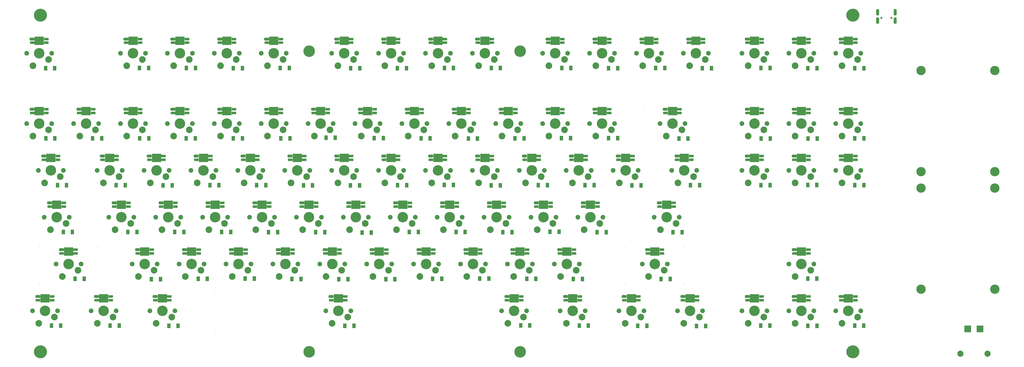
<source format=gbs>
G04*
G04 #@! TF.GenerationSoftware,Altium Limited,Altium Designer,20.0.2 (26)*
G04*
G04 Layer_Color=16711935*
%FSLAX25Y25*%
%MOIN*%
G70*
G01*
G75*
%ADD84C,0.18517*%
%ADD85C,0.07500*%
%ADD86C,0.10642*%
%ADD87C,0.16800*%
%ADD88R,0.14973X0.13398*%
%ADD89C,0.00800*%
%ADD90C,0.14973*%
%ADD91R,0.11036X0.11036*%
%ADD92C,0.09855*%
%ADD93C,0.03359*%
G04:AMPARAMS|DCode=94|XSize=49.34mil|YSize=98.55mil|CornerRadius=14.34mil|HoleSize=0mil|Usage=FLASHONLY|Rotation=180.000|XOffset=0mil|YOffset=0mil|HoleType=Round|Shape=RoundedRectangle|*
%AMROUNDEDRECTD94*
21,1,0.04934,0.06988,0,0,180.0*
21,1,0.02067,0.09855,0,0,180.0*
1,1,0.02867,-0.01034,0.03494*
1,1,0.02867,0.01034,0.03494*
1,1,0.02867,0.01034,-0.03494*
1,1,0.02867,-0.01034,-0.03494*
%
%ADD94ROUNDEDRECTD94*%
%ADD95C,0.20800*%
%ADD162R,0.07493X0.04343*%
G04:AMPARAMS|DCode=163|XSize=78.87mil|YSize=43.43mil|CornerRadius=0mil|HoleSize=0mil|Usage=FLASHONLY|Rotation=0.000|XOffset=0mil|YOffset=0mil|HoleType=Round|Shape=Octagon|*
%AMOCTAGOND163*
4,1,8,0.03943,-0.01086,0.03943,0.01086,0.02858,0.02172,-0.02858,0.02172,-0.03943,0.01086,-0.03943,-0.01086,-0.02858,-0.02172,0.02858,-0.02172,0.03943,-0.01086,0.0*
%
%ADD163OCTAGOND163*%

%ADD164R,0.05200X0.07500*%
D84*
X846000Y497500D02*
D03*
X508500D02*
D03*
X846000Y15748D02*
D03*
X508500D02*
D03*
D85*
X103840Y156376D02*
D03*
X143840D02*
D03*
X1060090Y231376D02*
D03*
X1100090D02*
D03*
X106256Y81430D02*
D03*
X66256D02*
D03*
X200006D02*
D03*
X160005D02*
D03*
X293756D02*
D03*
X253755D02*
D03*
X856254D02*
D03*
X816254D02*
D03*
X950006D02*
D03*
X910006D02*
D03*
X1043754D02*
D03*
X1003754D02*
D03*
X1137506D02*
D03*
X1097506D02*
D03*
X1069464Y381376D02*
D03*
X1109464D02*
D03*
X125036Y231382D02*
D03*
X85036D02*
D03*
X1041338Y156376D02*
D03*
X1081338D02*
D03*
X96965Y493877D02*
D03*
X56965D02*
D03*
X246965D02*
D03*
X206965D02*
D03*
X321965D02*
D03*
X281965D02*
D03*
X396965D02*
D03*
X356965D02*
D03*
X471964D02*
D03*
X431964D02*
D03*
X584464D02*
D03*
X544464D02*
D03*
X659464D02*
D03*
X619464D02*
D03*
X734464D02*
D03*
X694464D02*
D03*
X809464D02*
D03*
X769464D02*
D03*
X921964D02*
D03*
X881964D02*
D03*
X996964D02*
D03*
X956964D02*
D03*
X1071964D02*
D03*
X1031964D02*
D03*
X1146964D02*
D03*
X1106964D02*
D03*
X1240716D02*
D03*
X1200716D02*
D03*
X1315716D02*
D03*
X1275716D02*
D03*
X1390716D02*
D03*
X1350716D02*
D03*
X96965Y381376D02*
D03*
X56965D02*
D03*
X171965D02*
D03*
X131965D02*
D03*
X246965D02*
D03*
X206965D02*
D03*
X321965D02*
D03*
X281965D02*
D03*
X396965D02*
D03*
X356965D02*
D03*
X471964D02*
D03*
X431964D02*
D03*
X546964D02*
D03*
X506964D02*
D03*
X621964D02*
D03*
X581964D02*
D03*
X696964D02*
D03*
X656964D02*
D03*
X771964D02*
D03*
X731964D02*
D03*
X846964D02*
D03*
X806964D02*
D03*
X921964D02*
D03*
X881964D02*
D03*
X996964D02*
D03*
X956964D02*
D03*
X1240716D02*
D03*
X1200716D02*
D03*
X1315716D02*
D03*
X1275716D02*
D03*
X1390716D02*
D03*
X1350716D02*
D03*
X209465Y306376D02*
D03*
X169465D02*
D03*
X284465D02*
D03*
X244465D02*
D03*
X359465D02*
D03*
X319465D02*
D03*
X434464D02*
D03*
X394464D02*
D03*
X509464D02*
D03*
X469464D02*
D03*
X584464D02*
D03*
X544464D02*
D03*
X659464D02*
D03*
X619464D02*
D03*
X1390716Y81376D02*
D03*
X1350716D02*
D03*
X734464Y306376D02*
D03*
X694464D02*
D03*
X809464D02*
D03*
X769464D02*
D03*
X884464D02*
D03*
X844464D02*
D03*
X959464D02*
D03*
X919464D02*
D03*
X1034464D02*
D03*
X994464D02*
D03*
X1240716D02*
D03*
X1200716D02*
D03*
X1315716D02*
D03*
X1275716D02*
D03*
X1390716D02*
D03*
X1350716D02*
D03*
X228215Y231376D02*
D03*
X188215D02*
D03*
X303215D02*
D03*
X263215D02*
D03*
X378215D02*
D03*
X338215D02*
D03*
X453216D02*
D03*
X413216D02*
D03*
X528216D02*
D03*
X488216D02*
D03*
X603216D02*
D03*
X563216D02*
D03*
X678216D02*
D03*
X638216D02*
D03*
X753216D02*
D03*
X713216D02*
D03*
X828216D02*
D03*
X788216D02*
D03*
X903216D02*
D03*
X863216D02*
D03*
X978216D02*
D03*
X938216D02*
D03*
X265715Y156376D02*
D03*
X225715D02*
D03*
X340715D02*
D03*
X300715D02*
D03*
X415716D02*
D03*
X375716D02*
D03*
X490716D02*
D03*
X450716D02*
D03*
X565716D02*
D03*
X525716D02*
D03*
X640716D02*
D03*
X600716D02*
D03*
X715716D02*
D03*
X675716D02*
D03*
X790716D02*
D03*
X750716D02*
D03*
X865716D02*
D03*
X825716D02*
D03*
X940716D02*
D03*
X900716D02*
D03*
X1315716D02*
D03*
X1275716D02*
D03*
X1240716Y81376D02*
D03*
X1200716D02*
D03*
X1315716D02*
D03*
X1275716D02*
D03*
X115715Y306376D02*
D03*
X75715D02*
D03*
X1128216D02*
D03*
X1088216D02*
D03*
X535090Y81376D02*
D03*
X575090D02*
D03*
D86*
X138840Y146376D02*
D03*
X113840Y136375D02*
D03*
X1095090Y221375D02*
D03*
X1070090Y211375D02*
D03*
X76256Y61430D02*
D03*
X101256Y71430D02*
D03*
X170006Y61430D02*
D03*
X195006Y71430D02*
D03*
X263755Y61430D02*
D03*
X288755Y71430D02*
D03*
X826254Y61430D02*
D03*
X851254Y71430D02*
D03*
X920006Y61430D02*
D03*
X945006Y71430D02*
D03*
X1013754Y61430D02*
D03*
X1038754Y71430D02*
D03*
X1107506Y61430D02*
D03*
X1132506Y71430D02*
D03*
X1104464Y371375D02*
D03*
X1079464Y361375D02*
D03*
X95036Y211382D02*
D03*
X120036Y221381D02*
D03*
X1076338Y146376D02*
D03*
X1051338Y136375D02*
D03*
X66965Y473877D02*
D03*
X91965Y483877D02*
D03*
X216965Y473877D02*
D03*
X241965Y483877D02*
D03*
X291965Y473877D02*
D03*
X316965Y483877D02*
D03*
X366965Y473877D02*
D03*
X391965Y483877D02*
D03*
X441964Y473877D02*
D03*
X466964Y483877D02*
D03*
X554464Y473877D02*
D03*
X579464Y483877D02*
D03*
X629464Y473877D02*
D03*
X654464Y483877D02*
D03*
X704464Y473877D02*
D03*
X729464Y483877D02*
D03*
X779464Y473877D02*
D03*
X804464Y483877D02*
D03*
X891964Y473877D02*
D03*
X916964Y483877D02*
D03*
X966964Y473877D02*
D03*
X991964Y483877D02*
D03*
X1041964Y473877D02*
D03*
X1066964Y483877D02*
D03*
X1116964Y473877D02*
D03*
X1141964Y483877D02*
D03*
X1210716Y473877D02*
D03*
X1235716Y483877D02*
D03*
X1285716Y473877D02*
D03*
X1310716Y483877D02*
D03*
X1360716Y473877D02*
D03*
X1385716Y483877D02*
D03*
X66965Y361375D02*
D03*
X91965Y371375D02*
D03*
X141965Y361375D02*
D03*
X166965Y371375D02*
D03*
X216965Y361375D02*
D03*
X241965Y371375D02*
D03*
X291965Y361375D02*
D03*
X316965Y371375D02*
D03*
X366965Y361375D02*
D03*
X391965Y371375D02*
D03*
X441964Y361375D02*
D03*
X466964Y371375D02*
D03*
X516964Y361375D02*
D03*
X541964Y371375D02*
D03*
X591964Y361375D02*
D03*
X616964Y371375D02*
D03*
X666964Y361375D02*
D03*
X691964Y371375D02*
D03*
X741964Y361375D02*
D03*
X766964Y371375D02*
D03*
X816964Y361375D02*
D03*
X841964Y371375D02*
D03*
X891964Y361375D02*
D03*
X916964Y371375D02*
D03*
X966964Y361375D02*
D03*
X991964Y371375D02*
D03*
X1210716Y361375D02*
D03*
X1235716Y371375D02*
D03*
X1285716Y361375D02*
D03*
X1310716Y371375D02*
D03*
X1360716Y361375D02*
D03*
X1385716Y371375D02*
D03*
X179465Y286375D02*
D03*
X204465Y296375D02*
D03*
X254465Y286375D02*
D03*
X279465Y296375D02*
D03*
X329465Y286375D02*
D03*
X354465Y296375D02*
D03*
X404464Y286375D02*
D03*
X429464Y296375D02*
D03*
X479464Y286375D02*
D03*
X504464Y296375D02*
D03*
X554464Y286375D02*
D03*
X579464Y296375D02*
D03*
X629464Y286375D02*
D03*
X654464Y296375D02*
D03*
X1360716Y61376D02*
D03*
X1385716Y71376D02*
D03*
X704464Y286375D02*
D03*
X729464Y296375D02*
D03*
X779464Y286375D02*
D03*
X804464Y296375D02*
D03*
X854464Y286375D02*
D03*
X879464Y296375D02*
D03*
X929464Y286375D02*
D03*
X954464Y296375D02*
D03*
X1004464Y286375D02*
D03*
X1029464Y296375D02*
D03*
X1210716Y286375D02*
D03*
X1235716Y296375D02*
D03*
X1285716Y286375D02*
D03*
X1310716Y296375D02*
D03*
X1360716Y286375D02*
D03*
X1385716Y296375D02*
D03*
X198215Y211375D02*
D03*
X223215Y221375D02*
D03*
X273215Y211375D02*
D03*
X298215Y221375D02*
D03*
X348215Y211375D02*
D03*
X373215Y221375D02*
D03*
X423216Y211375D02*
D03*
X448216Y221375D02*
D03*
X498216Y211375D02*
D03*
X523216Y221375D02*
D03*
X573216Y211375D02*
D03*
X598216Y221375D02*
D03*
X648216Y211375D02*
D03*
X673216Y221375D02*
D03*
X723216Y211375D02*
D03*
X748216Y221375D02*
D03*
X798216Y211375D02*
D03*
X823216Y221375D02*
D03*
X873216Y211375D02*
D03*
X898216Y221375D02*
D03*
X948216Y211375D02*
D03*
X973216Y221375D02*
D03*
X235715Y136375D02*
D03*
X260715Y146376D02*
D03*
X310715Y136375D02*
D03*
X335715Y146376D02*
D03*
X385716Y136375D02*
D03*
X410716Y146376D02*
D03*
X460716Y136375D02*
D03*
X485716Y146376D02*
D03*
X535716Y136375D02*
D03*
X560716Y146376D02*
D03*
X610716Y136375D02*
D03*
X635716Y146376D02*
D03*
X685716Y136375D02*
D03*
X710716Y146376D02*
D03*
X760716Y136375D02*
D03*
X785716Y146376D02*
D03*
X835716Y136375D02*
D03*
X860716Y146376D02*
D03*
X910716Y136375D02*
D03*
X935716Y146376D02*
D03*
X1285716Y136375D02*
D03*
X1310716Y146376D02*
D03*
X1210716Y61376D02*
D03*
X1235716Y71376D02*
D03*
X1285716Y61376D02*
D03*
X1310716Y71376D02*
D03*
X85715Y286375D02*
D03*
X110715Y296375D02*
D03*
X1098216Y286375D02*
D03*
X1123216Y296375D02*
D03*
X570090Y71376D02*
D03*
X545090Y61376D02*
D03*
D87*
X123840Y156376D02*
D03*
X1080090Y231376D02*
D03*
X86256Y81430D02*
D03*
X180006D02*
D03*
X273756D02*
D03*
X836254D02*
D03*
X930006D02*
D03*
X1023754D02*
D03*
X1117506D02*
D03*
X1089464Y381376D02*
D03*
X105036Y231382D02*
D03*
X1061338Y156376D02*
D03*
X76965Y493877D02*
D03*
X226965D02*
D03*
X301965D02*
D03*
X376965D02*
D03*
X451964D02*
D03*
X564464D02*
D03*
X639464D02*
D03*
X714464D02*
D03*
X789464D02*
D03*
X901964D02*
D03*
X976964D02*
D03*
X1051964D02*
D03*
X1126964D02*
D03*
X1220716D02*
D03*
X1295716D02*
D03*
X1370716D02*
D03*
X76965Y381376D02*
D03*
X151965D02*
D03*
X226965D02*
D03*
X301965D02*
D03*
X376965D02*
D03*
X451964D02*
D03*
X526964D02*
D03*
X601964D02*
D03*
X676964D02*
D03*
X751964D02*
D03*
X826964D02*
D03*
X901964D02*
D03*
X976964D02*
D03*
X1220716D02*
D03*
X1295716D02*
D03*
X1370716D02*
D03*
X189465Y306376D02*
D03*
X264465D02*
D03*
X339465D02*
D03*
X414464D02*
D03*
X489464D02*
D03*
X564464D02*
D03*
X639464D02*
D03*
X1370716Y81376D02*
D03*
X714464Y306376D02*
D03*
X789464D02*
D03*
X864464D02*
D03*
X939464D02*
D03*
X1014464D02*
D03*
X1220716D02*
D03*
X1295716D02*
D03*
X1370716D02*
D03*
X208215Y231376D02*
D03*
X283215D02*
D03*
X358215D02*
D03*
X433216D02*
D03*
X508216D02*
D03*
X583216D02*
D03*
X658216D02*
D03*
X733216D02*
D03*
X808216D02*
D03*
X883216D02*
D03*
X958216D02*
D03*
X245715Y156376D02*
D03*
X320715D02*
D03*
X395716D02*
D03*
X470716D02*
D03*
X545716D02*
D03*
X620716D02*
D03*
X695716D02*
D03*
X770716D02*
D03*
X845716D02*
D03*
X920716D02*
D03*
X1295716D02*
D03*
X1220716Y81376D02*
D03*
X1295716D02*
D03*
X95715Y306376D02*
D03*
X1108216D02*
D03*
X555090Y81376D02*
D03*
D88*
X123840Y176375D02*
D03*
X1080090Y251376D02*
D03*
X86256Y101430D02*
D03*
X180006D02*
D03*
X273756D02*
D03*
X836254D02*
D03*
X930006D02*
D03*
X1023754D02*
D03*
X1117506D02*
D03*
X1089464Y401375D02*
D03*
X105036Y251381D02*
D03*
X1061338Y176375D02*
D03*
X76965Y513877D02*
D03*
X226965D02*
D03*
X301965D02*
D03*
X376965D02*
D03*
X451964D02*
D03*
X564464D02*
D03*
X639464D02*
D03*
X714464D02*
D03*
X789464D02*
D03*
X901964D02*
D03*
X976964D02*
D03*
X1051964D02*
D03*
X1126964D02*
D03*
X1220716D02*
D03*
X1295716D02*
D03*
X1370716D02*
D03*
X76965Y401375D02*
D03*
X151965D02*
D03*
X226965D02*
D03*
X301965D02*
D03*
X376965D02*
D03*
X451964D02*
D03*
X526964D02*
D03*
X601964D02*
D03*
X676964D02*
D03*
X751964D02*
D03*
X826964D02*
D03*
X901964D02*
D03*
X976964D02*
D03*
X1220716D02*
D03*
X1295716D02*
D03*
X1370716D02*
D03*
X189465Y326376D02*
D03*
X264465D02*
D03*
X339465D02*
D03*
X414464D02*
D03*
X489464D02*
D03*
X564464D02*
D03*
X639464D02*
D03*
X1370716Y101376D02*
D03*
X714464Y326376D02*
D03*
X789464D02*
D03*
X864464D02*
D03*
X939464D02*
D03*
X1014464D02*
D03*
X1220716D02*
D03*
X1295716D02*
D03*
X1370716D02*
D03*
X208215Y251376D02*
D03*
X283215D02*
D03*
X358215D02*
D03*
X433216D02*
D03*
X508216D02*
D03*
X583216D02*
D03*
X658216D02*
D03*
X733216D02*
D03*
X808216D02*
D03*
X883216D02*
D03*
X958216D02*
D03*
X245715Y176375D02*
D03*
X320715D02*
D03*
X395716D02*
D03*
X470716D02*
D03*
X545716D02*
D03*
X620716D02*
D03*
X695716D02*
D03*
X770716D02*
D03*
X845716D02*
D03*
X920716D02*
D03*
X1295716D02*
D03*
X1220716Y101376D02*
D03*
X1295716D02*
D03*
X95715Y326376D02*
D03*
X1108216D02*
D03*
X555090Y101376D02*
D03*
D89*
X752090Y108876D02*
D03*
Y48876D02*
D03*
X358090D02*
D03*
Y108876D02*
D03*
X1127090Y258875D02*
D03*
Y198875D02*
D03*
X1033090D02*
D03*
Y258875D02*
D03*
X1108338Y183876D02*
D03*
Y123875D02*
D03*
X1014338D02*
D03*
Y183876D02*
D03*
X1136464Y408876D02*
D03*
Y348875D02*
D03*
X1042464D02*
D03*
Y408876D02*
D03*
X170840Y183876D02*
D03*
Y123875D02*
D03*
X76840D02*
D03*
Y183876D02*
D03*
D90*
X1487000Y116000D02*
D03*
X1605000D02*
D03*
Y278000D02*
D03*
X1487000D02*
D03*
Y304500D02*
D03*
X1605000D02*
D03*
Y466500D02*
D03*
X1487000D02*
D03*
D91*
X1561658Y52185D02*
D03*
X1581343D02*
D03*
D92*
X1593153Y12815D02*
D03*
X1549846D02*
D03*
D93*
X1439417Y550610D02*
D03*
X1423669D02*
D03*
D94*
X1445618Y559764D02*
D03*
X1417468Y559764D02*
D03*
X1445618Y546181D02*
D03*
X1417468Y546181D02*
D03*
D95*
X78740Y555118D02*
D03*
X1377953Y15748D02*
D03*
Y555118D02*
D03*
X78740Y15748D02*
D03*
D162*
X135060Y179328D02*
D03*
Y173423D02*
D03*
X112619D02*
D03*
X1091311Y254328D02*
D03*
Y248423D02*
D03*
X1068870D02*
D03*
X75036Y98477D02*
D03*
X97476D02*
D03*
Y104383D02*
D03*
X168785Y98477D02*
D03*
X191226D02*
D03*
Y104383D02*
D03*
X262535Y98477D02*
D03*
X284976D02*
D03*
Y104383D02*
D03*
X825034Y98477D02*
D03*
X847475D02*
D03*
Y104383D02*
D03*
X918786Y98477D02*
D03*
X941227D02*
D03*
Y104383D02*
D03*
X1012534Y98477D02*
D03*
X1034975D02*
D03*
Y104383D02*
D03*
X1106286Y98477D02*
D03*
X1128727D02*
D03*
Y104383D02*
D03*
X1078244Y398423D02*
D03*
X1100685D02*
D03*
Y404328D02*
D03*
X116256Y254334D02*
D03*
Y248429D02*
D03*
X93815D02*
D03*
X1072559Y179328D02*
D03*
Y173423D02*
D03*
X1050118D02*
D03*
X65744Y510924D02*
D03*
X88185D02*
D03*
Y516830D02*
D03*
X215744Y510924D02*
D03*
X238185D02*
D03*
Y516830D02*
D03*
X290744Y510924D02*
D03*
X313185D02*
D03*
Y516830D02*
D03*
X365744Y510924D02*
D03*
X388185D02*
D03*
Y516830D02*
D03*
X440744Y510924D02*
D03*
X463185D02*
D03*
Y516830D02*
D03*
X553244Y510924D02*
D03*
X575685D02*
D03*
Y516830D02*
D03*
X628244Y510924D02*
D03*
X650685D02*
D03*
Y516830D02*
D03*
X703244Y510924D02*
D03*
X725685D02*
D03*
Y516830D02*
D03*
X778244Y510924D02*
D03*
X800685D02*
D03*
Y516830D02*
D03*
X890744Y510924D02*
D03*
X913185D02*
D03*
Y516830D02*
D03*
X965744Y510924D02*
D03*
X988185D02*
D03*
Y516830D02*
D03*
X1040744Y510924D02*
D03*
X1063185D02*
D03*
Y516830D02*
D03*
X1115744Y510924D02*
D03*
X1138185D02*
D03*
Y516830D02*
D03*
X1209496Y510924D02*
D03*
X1231937D02*
D03*
Y516830D02*
D03*
X1284496Y510924D02*
D03*
X1306937D02*
D03*
Y516830D02*
D03*
X1359496Y510924D02*
D03*
X1381937D02*
D03*
Y516830D02*
D03*
X65744Y398423D02*
D03*
X88185D02*
D03*
Y404328D02*
D03*
X140744Y398423D02*
D03*
X163185D02*
D03*
Y404328D02*
D03*
X215744Y398423D02*
D03*
X238185D02*
D03*
Y404328D02*
D03*
X290744Y398423D02*
D03*
X313185D02*
D03*
Y404328D02*
D03*
X365744Y398423D02*
D03*
X388185D02*
D03*
Y404328D02*
D03*
X440744Y398423D02*
D03*
X463185D02*
D03*
Y404328D02*
D03*
X515744Y398423D02*
D03*
X538185D02*
D03*
Y404328D02*
D03*
X590744Y398423D02*
D03*
X613185D02*
D03*
Y404328D02*
D03*
X665744Y398423D02*
D03*
X688185D02*
D03*
Y404328D02*
D03*
X740744Y398423D02*
D03*
X763185D02*
D03*
Y404328D02*
D03*
X815744Y398423D02*
D03*
X838185D02*
D03*
Y404328D02*
D03*
X890744Y398423D02*
D03*
X913185D02*
D03*
Y404328D02*
D03*
X965744Y398423D02*
D03*
X988185D02*
D03*
Y404328D02*
D03*
X1209496Y398423D02*
D03*
X1231937D02*
D03*
Y404328D02*
D03*
X1284496Y398423D02*
D03*
X1306937D02*
D03*
Y404328D02*
D03*
X1359496Y398423D02*
D03*
X1381937D02*
D03*
Y404328D02*
D03*
X178244Y323423D02*
D03*
X200685D02*
D03*
Y329328D02*
D03*
X253244Y323423D02*
D03*
X275685D02*
D03*
Y329328D02*
D03*
X328244Y323423D02*
D03*
X350685D02*
D03*
Y329328D02*
D03*
X403244Y323423D02*
D03*
X425685D02*
D03*
Y329328D02*
D03*
X478244Y323423D02*
D03*
X500685D02*
D03*
Y329328D02*
D03*
X553244Y323423D02*
D03*
X575685D02*
D03*
Y329328D02*
D03*
X628244Y323423D02*
D03*
X650685D02*
D03*
Y329328D02*
D03*
X1359496Y98423D02*
D03*
X1381937D02*
D03*
Y104329D02*
D03*
X703244Y323423D02*
D03*
X725685D02*
D03*
Y329328D02*
D03*
X778244Y323423D02*
D03*
X800685D02*
D03*
Y329328D02*
D03*
X853244Y323423D02*
D03*
X875685D02*
D03*
Y329328D02*
D03*
X928244Y323423D02*
D03*
X950685D02*
D03*
Y329328D02*
D03*
X1003244Y323423D02*
D03*
X1025685D02*
D03*
Y329328D02*
D03*
X1209496Y323423D02*
D03*
X1231937D02*
D03*
Y329328D02*
D03*
X1284496Y323423D02*
D03*
X1306937D02*
D03*
Y329328D02*
D03*
X1359496Y323423D02*
D03*
X1381937D02*
D03*
Y329328D02*
D03*
X196994Y248423D02*
D03*
X219435D02*
D03*
Y254328D02*
D03*
X271994Y248423D02*
D03*
X294435D02*
D03*
Y254328D02*
D03*
X346994Y248423D02*
D03*
X369435D02*
D03*
Y254328D02*
D03*
X421996Y248423D02*
D03*
X444437D02*
D03*
Y254328D02*
D03*
X496996Y248423D02*
D03*
X519437D02*
D03*
Y254328D02*
D03*
X571996Y248423D02*
D03*
X594437D02*
D03*
Y254328D02*
D03*
X646996Y248423D02*
D03*
X669437D02*
D03*
Y254328D02*
D03*
X721996Y248423D02*
D03*
X744437D02*
D03*
Y254328D02*
D03*
X796996Y248423D02*
D03*
X819437D02*
D03*
Y254328D02*
D03*
X871996Y248423D02*
D03*
X894437D02*
D03*
Y254328D02*
D03*
X946996Y248423D02*
D03*
X969437D02*
D03*
Y254328D02*
D03*
X234494Y173423D02*
D03*
X256935D02*
D03*
Y179328D02*
D03*
X309494Y173423D02*
D03*
X331935D02*
D03*
Y179328D02*
D03*
X384496Y173423D02*
D03*
X406937D02*
D03*
Y179328D02*
D03*
X459496Y173423D02*
D03*
X481937D02*
D03*
Y179328D02*
D03*
X534496Y173423D02*
D03*
X556937D02*
D03*
Y179328D02*
D03*
X609496Y173423D02*
D03*
X631937D02*
D03*
Y179328D02*
D03*
X684496Y173423D02*
D03*
X706937D02*
D03*
Y179328D02*
D03*
X759496Y173423D02*
D03*
X781937D02*
D03*
Y179328D02*
D03*
X834496Y173423D02*
D03*
X856937D02*
D03*
Y179328D02*
D03*
X909496Y173423D02*
D03*
X931937D02*
D03*
Y179328D02*
D03*
X1284496Y173423D02*
D03*
X1306937D02*
D03*
Y179328D02*
D03*
X1209496Y98423D02*
D03*
X1231937D02*
D03*
Y104329D02*
D03*
X1284496Y98423D02*
D03*
X1306937D02*
D03*
Y104329D02*
D03*
X106935Y329328D02*
D03*
Y323423D02*
D03*
X84494D02*
D03*
X1119437Y329328D02*
D03*
Y323423D02*
D03*
X1096996D02*
D03*
X543870Y98423D02*
D03*
X566311D02*
D03*
Y104329D02*
D03*
D163*
X112423Y179328D02*
D03*
X1068673Y254328D02*
D03*
X74839Y104383D02*
D03*
X168588D02*
D03*
X262338D02*
D03*
X824837D02*
D03*
X918589D02*
D03*
X1012337D02*
D03*
X1106089D02*
D03*
X1078047Y404328D02*
D03*
X93619Y254334D02*
D03*
X1049921Y179328D02*
D03*
X65547Y516830D02*
D03*
X215547D02*
D03*
X290547D02*
D03*
X365547D02*
D03*
X440547D02*
D03*
X553047D02*
D03*
X628047D02*
D03*
X703047D02*
D03*
X778047D02*
D03*
X890547D02*
D03*
X965547D02*
D03*
X1040547D02*
D03*
X1115547D02*
D03*
X1209299D02*
D03*
X1284299D02*
D03*
X1359299D02*
D03*
X65547Y404328D02*
D03*
X140547D02*
D03*
X215547D02*
D03*
X290547D02*
D03*
X365547D02*
D03*
X440547D02*
D03*
X515547D02*
D03*
X590547D02*
D03*
X665547D02*
D03*
X740547D02*
D03*
X815547D02*
D03*
X890547D02*
D03*
X965547D02*
D03*
X1209299D02*
D03*
X1284299D02*
D03*
X1359299D02*
D03*
X178047Y329328D02*
D03*
X253047D02*
D03*
X328047D02*
D03*
X403047D02*
D03*
X478047D02*
D03*
X553047D02*
D03*
X628047D02*
D03*
X1359299Y104329D02*
D03*
X703047Y329328D02*
D03*
X778047D02*
D03*
X853047D02*
D03*
X928047D02*
D03*
X1003047D02*
D03*
X1209299D02*
D03*
X1284299D02*
D03*
X1359299D02*
D03*
X196797Y254328D02*
D03*
X271797D02*
D03*
X346797D02*
D03*
X421799D02*
D03*
X496799D02*
D03*
X571799D02*
D03*
X646799D02*
D03*
X721799D02*
D03*
X796799D02*
D03*
X871799D02*
D03*
X946799D02*
D03*
X234297Y179328D02*
D03*
X309297D02*
D03*
X384299D02*
D03*
X459299D02*
D03*
X534299D02*
D03*
X609299D02*
D03*
X684299D02*
D03*
X759299D02*
D03*
X834299D02*
D03*
X909299D02*
D03*
X1284299D02*
D03*
X1209299Y104329D02*
D03*
X1284299D02*
D03*
X84297Y329328D02*
D03*
X1096799D02*
D03*
X543673Y104329D02*
D03*
D164*
X87113Y470037D02*
D03*
X101713D02*
D03*
X237185Y470297D02*
D03*
X251785D02*
D03*
X312240Y470232D02*
D03*
X326840D02*
D03*
X387328Y470089D02*
D03*
X401928D02*
D03*
X462208Y470206D02*
D03*
X476808D02*
D03*
X574970Y470024D02*
D03*
X589570D02*
D03*
X649720Y470154D02*
D03*
X664320D02*
D03*
X724756Y470193D02*
D03*
X739356D02*
D03*
X799792Y470180D02*
D03*
X814392D02*
D03*
X912398Y470245D02*
D03*
X926998D02*
D03*
X987265Y470063D02*
D03*
X1001865D02*
D03*
X1062646Y470245D02*
D03*
X1077246D02*
D03*
X1137221Y470141D02*
D03*
X1151821D02*
D03*
X87405Y357782D02*
D03*
X102005D02*
D03*
X162318Y357704D02*
D03*
X176918D02*
D03*
X237627Y357834D02*
D03*
X252227D02*
D03*
X312045Y357808D02*
D03*
X326645D02*
D03*
X387309Y357756D02*
D03*
X401909D02*
D03*
X463294Y357743D02*
D03*
X477894D02*
D03*
X535613Y358718D02*
D03*
X550213D02*
D03*
X612469Y357860D02*
D03*
X627069D02*
D03*
X687420Y357743D02*
D03*
X702020D02*
D03*
X763100Y357288D02*
D03*
X777700D02*
D03*
X837512Y357834D02*
D03*
X852112D02*
D03*
X912002Y358107D02*
D03*
X926602D02*
D03*
X987259Y357886D02*
D03*
X1001859D02*
D03*
X1099735Y357418D02*
D03*
X1114335D02*
D03*
X106119Y282512D02*
D03*
X120719D02*
D03*
X199953Y282577D02*
D03*
X214553D02*
D03*
X274989Y282213D02*
D03*
X289589D02*
D03*
X349739Y282824D02*
D03*
X364339D02*
D03*
X424547Y282590D02*
D03*
X439147D02*
D03*
X499434Y282473D02*
D03*
X514034D02*
D03*
X574678Y282265D02*
D03*
X589278D02*
D03*
X649850Y282538D02*
D03*
X664450D02*
D03*
X724633Y282876D02*
D03*
X739233D02*
D03*
X799552Y282395D02*
D03*
X814152D02*
D03*
X875023Y282772D02*
D03*
X889623D02*
D03*
X949728Y282655D02*
D03*
X964328D02*
D03*
X1024725Y282343D02*
D03*
X1039325D02*
D03*
X1118169Y282694D02*
D03*
X1132769D02*
D03*
X115414Y207541D02*
D03*
X130014D02*
D03*
X218582Y207593D02*
D03*
X233182D02*
D03*
X293618Y207554D02*
D03*
X308218D02*
D03*
X368472Y207580D02*
D03*
X383072D02*
D03*
X443625Y207476D02*
D03*
X458225D02*
D03*
X518895Y207229D02*
D03*
X533495D02*
D03*
X593346Y206605D02*
D03*
X607946D02*
D03*
X668596Y207606D02*
D03*
X683196D02*
D03*
X743398Y207788D02*
D03*
X757998D02*
D03*
X818220Y207203D02*
D03*
X832820D02*
D03*
X893633Y208035D02*
D03*
X908233D02*
D03*
X968916Y207333D02*
D03*
X983516D02*
D03*
X1090349Y207489D02*
D03*
X1104949D02*
D03*
X134134Y132557D02*
D03*
X148734D02*
D03*
X256347Y132154D02*
D03*
X270947D02*
D03*
X331090Y132830D02*
D03*
X345690D02*
D03*
X406263Y132882D02*
D03*
X420863D02*
D03*
X481000Y132401D02*
D03*
X495600D02*
D03*
X555997Y132011D02*
D03*
X570597D02*
D03*
X631072D02*
D03*
X645672D02*
D03*
X705861Y132531D02*
D03*
X720461D02*
D03*
X781215Y132999D02*
D03*
X795815D02*
D03*
X856433Y132778D02*
D03*
X871033D02*
D03*
X931034Y132349D02*
D03*
X945634D02*
D03*
X1071200Y132500D02*
D03*
X1085800D02*
D03*
X96648Y57768D02*
D03*
X111248D02*
D03*
X190346Y57638D02*
D03*
X204946D02*
D03*
X284355Y57287D02*
D03*
X298955D02*
D03*
X565604Y57495D02*
D03*
X580204D02*
D03*
X846755Y57898D02*
D03*
X861355D02*
D03*
X940420Y57716D02*
D03*
X955020D02*
D03*
X1034033Y57378D02*
D03*
X1048633D02*
D03*
X1127945Y57079D02*
D03*
X1142545D02*
D03*
X1231035Y470336D02*
D03*
X1245635D02*
D03*
X1306045Y469985D02*
D03*
X1320645D02*
D03*
X1381042Y469868D02*
D03*
X1395642D02*
D03*
X1231308Y357431D02*
D03*
X1245908D02*
D03*
X1306162Y357353D02*
D03*
X1320762D02*
D03*
X1380892Y357574D02*
D03*
X1395492D02*
D03*
X1230827Y282603D02*
D03*
X1245427D02*
D03*
X1305772Y282850D02*
D03*
X1320372D02*
D03*
X1380970Y282590D02*
D03*
X1395570D02*
D03*
X1305759Y132856D02*
D03*
X1320359D02*
D03*
X1230684Y57820D02*
D03*
X1245284D02*
D03*
X1305980Y57456D02*
D03*
X1320580D02*
D03*
X1380756Y57703D02*
D03*
X1395356D02*
D03*
M02*

</source>
